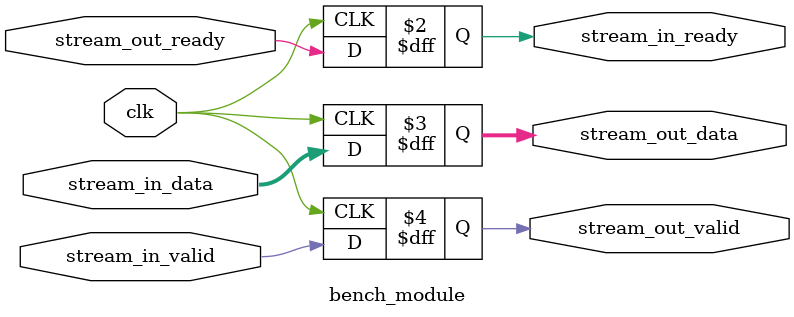
<source format=sv>
`timescale 1ns/1ps

module bench_module (
    input  logic        clk,
    input  logic [7:0]  stream_in_data,
    input  logic        stream_in_valid,
    output logic        stream_in_ready,
    output logic [7:0]  stream_out_data,
    output logic        stream_out_valid,
    input  logic        stream_out_ready
);

    always @(posedge clk) begin
        stream_out_data  <= stream_in_data;
        stream_out_valid <= stream_in_valid;
        stream_in_ready  <= stream_out_ready;
    end

endmodule

</source>
